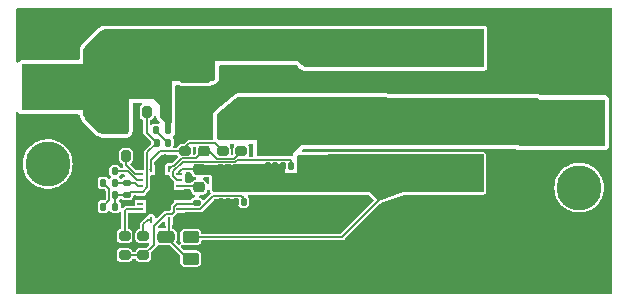
<source format=gbr>
%TF.GenerationSoftware,KiCad,Pcbnew,8.0.6*%
%TF.CreationDate,2024-10-21T22:45:32+01:00*%
%TF.ProjectId,buck,6275636b-2e6b-4696-9361-645f70636258,rev?*%
%TF.SameCoordinates,Original*%
%TF.FileFunction,Copper,L1,Top*%
%TF.FilePolarity,Positive*%
%FSLAX46Y46*%
G04 Gerber Fmt 4.6, Leading zero omitted, Abs format (unit mm)*
G04 Created by KiCad (PCBNEW 8.0.6) date 2024-10-21 22:45:32*
%MOMM*%
%LPD*%
G01*
G04 APERTURE LIST*
G04 Aperture macros list*
%AMRoundRect*
0 Rectangle with rounded corners*
0 $1 Rounding radius*
0 $2 $3 $4 $5 $6 $7 $8 $9 X,Y pos of 4 corners*
0 Add a 4 corners polygon primitive as box body*
4,1,4,$2,$3,$4,$5,$6,$7,$8,$9,$2,$3,0*
0 Add four circle primitives for the rounded corners*
1,1,$1+$1,$2,$3*
1,1,$1+$1,$4,$5*
1,1,$1+$1,$6,$7*
1,1,$1+$1,$8,$9*
0 Add four rect primitives between the rounded corners*
20,1,$1+$1,$2,$3,$4,$5,0*
20,1,$1+$1,$4,$5,$6,$7,0*
20,1,$1+$1,$6,$7,$8,$9,0*
20,1,$1+$1,$8,$9,$2,$3,0*%
%AMFreePoly0*
4,1,17,1.371000,0.720000,0.950000,0.720000,0.950000,0.580000,1.370000,0.580000,1.370000,0.080000,0.950000,0.080000,0.950000,-0.080000,1.370000,-0.080000,1.370000,-0.580000,0.950000,-0.580000,0.950000,-0.720000,1.370000,-0.720000,1.370000,-1.225000,-0.950000,-1.225000,-0.950000,1.225000,1.371000,1.225000,1.371000,0.720000,1.371000,0.720000,$1*%
G04 Aperture macros list end*
%TA.AperFunction,ComponentPad*%
%ADD10C,3.800000*%
%TD*%
%TA.AperFunction,SMDPad,CuDef*%
%ADD11R,7.400000X4.000000*%
%TD*%
%TA.AperFunction,SMDPad,CuDef*%
%ADD12RoundRect,0.135000X-0.135000X-0.185000X0.135000X-0.185000X0.135000X0.185000X-0.135000X0.185000X0*%
%TD*%
%TA.AperFunction,SMDPad,CuDef*%
%ADD13RoundRect,0.200000X0.275000X-0.200000X0.275000X0.200000X-0.275000X0.200000X-0.275000X-0.200000X0*%
%TD*%
%TA.AperFunction,SMDPad,CuDef*%
%ADD14RoundRect,0.140000X-0.170000X0.140000X-0.170000X-0.140000X0.170000X-0.140000X0.170000X0.140000X0*%
%TD*%
%TA.AperFunction,SMDPad,CuDef*%
%ADD15RoundRect,0.200000X-0.275000X0.200000X-0.275000X-0.200000X0.275000X-0.200000X0.275000X0.200000X0*%
%TD*%
%TA.AperFunction,SMDPad,CuDef*%
%ADD16RoundRect,0.250000X0.450000X-0.262500X0.450000X0.262500X-0.450000X0.262500X-0.450000X-0.262500X0*%
%TD*%
%TA.AperFunction,SMDPad,CuDef*%
%ADD17RoundRect,0.250000X-1.100000X0.325000X-1.100000X-0.325000X1.100000X-0.325000X1.100000X0.325000X0*%
%TD*%
%TA.AperFunction,SMDPad,CuDef*%
%ADD18FreePoly0,90.000000*%
%TD*%
%TA.AperFunction,SMDPad,CuDef*%
%ADD19RoundRect,0.125000X0.125000X-0.190000X0.125000X0.190000X-0.125000X0.190000X-0.125000X-0.190000X0*%
%TD*%
%TA.AperFunction,SMDPad,CuDef*%
%ADD20R,13.200000X3.180000*%
%TD*%
%TA.AperFunction,SMDPad,CuDef*%
%ADD21RoundRect,0.225000X0.250000X-0.225000X0.250000X0.225000X-0.250000X0.225000X-0.250000X-0.225000X0*%
%TD*%
%TA.AperFunction,SMDPad,CuDef*%
%ADD22RoundRect,0.200000X0.200000X0.275000X-0.200000X0.275000X-0.200000X-0.275000X0.200000X-0.275000X0*%
%TD*%
%TA.AperFunction,SMDPad,CuDef*%
%ADD23RoundRect,0.140000X0.140000X0.170000X-0.140000X0.170000X-0.140000X-0.170000X0.140000X-0.170000X0*%
%TD*%
%TA.AperFunction,SMDPad,CuDef*%
%ADD24RoundRect,0.135000X0.135000X0.185000X-0.135000X0.185000X-0.135000X-0.185000X0.135000X-0.185000X0*%
%TD*%
%TA.AperFunction,SMDPad,CuDef*%
%ADD25RoundRect,0.250000X-0.475000X0.250000X-0.475000X-0.250000X0.475000X-0.250000X0.475000X0.250000X0*%
%TD*%
%TA.AperFunction,SMDPad,CuDef*%
%ADD26R,0.249999X0.599999*%
%TD*%
%TA.AperFunction,SMDPad,CuDef*%
%ADD27R,0.599999X0.249999*%
%TD*%
%TA.AperFunction,SMDPad,CuDef*%
%ADD28R,1.699999X2.700000*%
%TD*%
%TA.AperFunction,SMDPad,CuDef*%
%ADD29RoundRect,0.135000X-0.185000X0.135000X-0.185000X-0.135000X0.185000X-0.135000X0.185000X0.135000X0*%
%TD*%
%TA.AperFunction,SMDPad,CuDef*%
%ADD30RoundRect,0.250000X1.100000X-0.325000X1.100000X0.325000X-1.100000X0.325000X-1.100000X-0.325000X0*%
%TD*%
%TA.AperFunction,ViaPad*%
%ADD31C,0.800000*%
%TD*%
%TA.AperFunction,Conductor*%
%ADD32C,0.150000*%
%TD*%
%TA.AperFunction,Conductor*%
%ADD33C,0.500000*%
%TD*%
G04 APERTURE END LIST*
D10*
%TO.P,H6,1*%
%TO.N,N/C*%
X145500000Y-80500000D03*
%TD*%
%TO.P,H5,1*%
%TO.N,N/C*%
X100500000Y-78500000D03*
%TD*%
D11*
%TO.P,H4,1,1*%
%TO.N,GND*%
X144000000Y-68500000D03*
%TD*%
%TO.P,H3,1,1*%
%TO.N,GND*%
X102000000Y-85500000D03*
%TD*%
%TO.P,H2,1,1*%
%TO.N,+BATT*%
X144000000Y-75000000D03*
%TD*%
%TO.P,H1,1,1*%
%TO.N,+7.4V*%
X102000000Y-72000000D03*
%TD*%
D12*
%TO.P,R8,1*%
%TO.N,Net-(C7-Pad2)*%
X105190000Y-82100000D03*
%TO.P,R8,2*%
%TO.N,Net-(U1-FB)*%
X106210000Y-82100000D03*
%TD*%
D13*
%TO.P,R5,1*%
%TO.N,Net-(U1-VCC)*%
X107000000Y-86225000D03*
%TO.P,R5,2*%
%TO.N,Net-(U1-SYNCIN)*%
X107000000Y-84575000D03*
%TD*%
D14*
%TO.P,C3,1*%
%TO.N,Net-(U1-VCC)*%
X113100000Y-81820000D03*
%TO.P,C3,2*%
%TO.N,GND*%
X113100000Y-82780000D03*
%TD*%
D15*
%TO.P,R1,1*%
%TO.N,+BATT*%
X115300000Y-75775000D03*
%TO.P,R1,2*%
%TO.N,Net-(U1-EN_UVLO)*%
X115300000Y-77425000D03*
%TD*%
D16*
%TO.P,R7,1*%
%TO.N,Net-(U1-ILIM)*%
X112600000Y-86512500D03*
%TO.P,R7,2*%
%TO.N,Net-(M1-D)*%
X112600000Y-84687500D03*
%TD*%
D15*
%TO.P,R4,1*%
%TO.N,+BATT*%
X116900000Y-75775000D03*
%TO.P,R4,2*%
%TO.N,Net-(U1-VIN)*%
X116900000Y-77425000D03*
%TD*%
D13*
%TO.P,R2,1*%
%TO.N,Net-(U1-EN_UVLO)*%
X112100000Y-77425000D03*
%TO.P,R2,2*%
%TO.N,GND*%
X112100000Y-75775000D03*
%TD*%
D17*
%TO.P,C10,1*%
%TO.N,+7.4V*%
X113000000Y-71025000D03*
%TO.P,C10,2*%
%TO.N,GND*%
X113000000Y-73975000D03*
%TD*%
D18*
%TO.P,M1,5,D*%
%TO.N,Net-(M1-D)*%
X116110000Y-79875000D03*
D19*
%TO.P,M1,4,G*%
%TO.N,Net-(M1-G)*%
X117080000Y-81700000D03*
%TO.P,M1,3,S*%
%TO.N,GND*%
X116440000Y-81700000D03*
%TO.P,M1,2,S*%
X115780000Y-81700000D03*
%TO.P,M1,1,S*%
X115140000Y-81700000D03*
%TD*%
D20*
%TO.P,L1,1,1*%
%TO.N,+7.4V*%
X130800000Y-68700000D03*
%TO.P,L1,2,2*%
%TO.N,Net-(M1-D)*%
X130800000Y-79300000D03*
%TD*%
D21*
%TO.P,C4,1*%
%TO.N,Net-(U1-VIN)*%
X113700000Y-77375000D03*
%TO.P,C4,2*%
%TO.N,GND*%
X113700000Y-75825000D03*
%TD*%
D22*
%TO.P,R9,1*%
%TO.N,+7.4V*%
X110525000Y-74100000D03*
%TO.P,R9,2*%
%TO.N,Net-(U1-FB)*%
X108875000Y-74100000D03*
%TD*%
D23*
%TO.P,C9,1*%
%TO.N,Net-(C9-Pad1)*%
X110680000Y-76700000D03*
%TO.P,C9,2*%
%TO.N,Net-(U1-FB)*%
X109720000Y-76700000D03*
%TD*%
D24*
%TO.P,R10,1*%
%TO.N,Net-(U1-FB)*%
X106210000Y-81100000D03*
%TO.P,R10,2*%
%TO.N,GND*%
X105190000Y-81100000D03*
%TD*%
D25*
%TO.P,C5,1*%
%TO.N,Net-(U1-ILIM)*%
X110500000Y-84650000D03*
%TO.P,C5,2*%
%TO.N,GND*%
X110500000Y-86550000D03*
%TD*%
D26*
%TO.P,U1,1,EN_UVLO*%
%TO.N,Net-(U1-EN_UVLO)*%
X109249999Y-78949999D03*
D27*
%TO.P,U1,2,RT*%
%TO.N,Net-(U1-RT)*%
X108350001Y-79350001D03*
%TO.P,U1,3,SS_TRK*%
%TO.N,Net-(U1-SS_TRK)*%
X108350001Y-79850000D03*
%TO.P,U1,4,COMP*%
%TO.N,Net-(U1-COMP)*%
X108350001Y-80349999D03*
%TO.P,U1,5,FB*%
%TO.N,Net-(U1-FB)*%
X108350001Y-80850000D03*
%TO.P,U1,6,AGND*%
%TO.N,GND*%
X108350001Y-81350000D03*
%TO.P,U1,7,SYNCOUT*%
%TO.N,unconnected-(U1-SYNCOUT-Pad7)*%
X108350001Y-81850001D03*
%TO.P,U1,8,SYNCIN*%
%TO.N,Net-(U1-SYNCIN)*%
X108350001Y-82350000D03*
%TO.P,U1,9,NC*%
%TO.N,GND*%
X108350001Y-82849999D03*
D26*
%TO.P,U1,10,PGOOD*%
%TO.N,Net-(U1-PGOOD)*%
X109249999Y-83250001D03*
%TO.P,U1,11,ILIM*%
%TO.N,Net-(U1-ILIM)*%
X110750001Y-83250001D03*
D27*
%TO.P,U1,12,PGND*%
%TO.N,GND*%
X111649999Y-82849999D03*
%TO.P,U1,13,LO*%
%TO.N,Net-(M1-G)*%
X111649999Y-82350000D03*
%TO.P,U1,14,VCC*%
%TO.N,Net-(U1-VCC)*%
X111649999Y-81850001D03*
%TO.P,U1,15,EP*%
%TO.N,GND*%
X111649999Y-81350000D03*
%TO.P,U1,16,NC*%
X111649999Y-80850000D03*
%TO.P,U1,17,BST*%
%TO.N,Net-(U1-BST)*%
X111649999Y-80349999D03*
%TO.P,U1,18,HO*%
%TO.N,Net-(M2-G)*%
X111649999Y-79850000D03*
%TO.P,U1,19,SW*%
%TO.N,Net-(M1-D)*%
X111649999Y-79350001D03*
D26*
%TO.P,U1,20,VIN*%
%TO.N,Net-(U1-VIN)*%
X110750001Y-78949999D03*
D28*
%TO.P,U1,21,EP*%
%TO.N,GND*%
X110000000Y-81100000D03*
%TD*%
D29*
%TO.P,C8,1*%
%TO.N,Net-(U1-COMP)*%
X107200000Y-80090000D03*
%TO.P,C8,2*%
%TO.N,Net-(U1-FB)*%
X107200000Y-81110000D03*
%TD*%
D21*
%TO.P,C6,1*%
%TO.N,Net-(U1-BST)*%
X113300000Y-80475000D03*
%TO.P,C6,2*%
%TO.N,Net-(M1-D)*%
X113300000Y-78925000D03*
%TD*%
D23*
%TO.P,C2,1*%
%TO.N,Net-(U1-SS_TRK)*%
X106180000Y-79100000D03*
%TO.P,C2,2*%
%TO.N,GND*%
X105220000Y-79100000D03*
%TD*%
D24*
%TO.P,C7,1*%
%TO.N,Net-(U1-COMP)*%
X106210000Y-80100000D03*
%TO.P,C7,2*%
%TO.N,Net-(C7-Pad2)*%
X105190000Y-80100000D03*
%TD*%
%TO.P,R11,1*%
%TO.N,+7.4V*%
X110710000Y-75600000D03*
%TO.P,R11,2*%
%TO.N,Net-(C9-Pad1)*%
X109690000Y-75600000D03*
%TD*%
D22*
%TO.P,R3,1*%
%TO.N,Net-(U1-RT)*%
X107125000Y-77800000D03*
%TO.P,R3,2*%
%TO.N,GND*%
X105475000Y-77800000D03*
%TD*%
D13*
%TO.P,R6,1*%
%TO.N,Net-(U1-VCC)*%
X108600000Y-86225000D03*
%TO.P,R6,2*%
%TO.N,Net-(U1-PGOOD)*%
X108600000Y-84575000D03*
%TD*%
D18*
%TO.P,M2,5,D*%
%TO.N,+BATT*%
X120100000Y-76855000D03*
D19*
%TO.P,M2,4,G*%
%TO.N,Net-(M2-G)*%
X121070000Y-78680000D03*
%TO.P,M2,3,S*%
%TO.N,Net-(M1-D)*%
X120430000Y-78680000D03*
%TO.P,M2,2,S*%
X119770000Y-78680000D03*
%TO.P,M2,1,S*%
X119130000Y-78680000D03*
%TD*%
D30*
%TO.P,C1,1*%
%TO.N,+BATT*%
X119800000Y-73975000D03*
%TO.P,C1,2*%
%TO.N,GND*%
X119800000Y-71025000D03*
%TD*%
D31*
%TO.N,GND*%
X118200000Y-82000000D03*
X101233335Y-66100000D03*
X124500000Y-82000000D03*
X140333335Y-86400000D03*
X109800000Y-82500000D03*
X138377775Y-84000000D03*
X116100000Y-71400000D03*
X140333335Y-84000000D03*
X136477775Y-84000000D03*
X115662500Y-83500000D03*
X122677775Y-66100000D03*
X122788890Y-86400000D03*
X116866665Y-66100000D03*
X140333335Y-79200000D03*
X122000000Y-82000000D03*
X123300000Y-82000000D03*
X111700000Y-83500000D03*
X124500000Y-83500000D03*
X114000000Y-72600000D03*
X126666665Y-88600000D03*
X140333335Y-81700000D03*
X130577775Y-88600000D03*
X115200000Y-72600000D03*
X116933335Y-86400000D03*
X146200000Y-84000000D03*
X114911110Y-66100000D03*
X120712500Y-83500000D03*
X120800000Y-88600000D03*
X116925000Y-83500000D03*
X124633335Y-66100000D03*
X107088890Y-66100000D03*
X103177775Y-66100000D03*
X122900000Y-71500000D03*
X132566665Y-84000000D03*
X118187500Y-83500000D03*
X107122220Y-88600000D03*
X142288890Y-86400000D03*
X110400000Y-78100000D03*
X108300000Y-76700000D03*
X101300000Y-75500000D03*
X130611110Y-86400000D03*
X134522220Y-86400000D03*
X146166665Y-88600000D03*
X120833335Y-86400000D03*
X140300000Y-88600000D03*
X103255555Y-77500000D03*
X103255555Y-79400000D03*
X138377775Y-86400000D03*
X130500000Y-66100000D03*
X132566665Y-86400000D03*
X99277775Y-66100000D03*
X128655555Y-84000000D03*
X124688890Y-71500000D03*
X114944440Y-88600000D03*
X122755555Y-88600000D03*
X121975000Y-83500000D03*
X136477775Y-86400000D03*
X109044445Y-66100000D03*
X144244445Y-86400000D03*
X114400000Y-83500000D03*
X105133335Y-66100000D03*
X126700000Y-86400000D03*
X101255555Y-88600000D03*
X130611110Y-84000000D03*
X120700000Y-82000000D03*
X108200000Y-78500000D03*
X112600000Y-72600000D03*
X109077775Y-88600000D03*
X112988885Y-88600000D03*
X103255555Y-81200000D03*
X126588890Y-66100000D03*
X117500000Y-71400000D03*
X142255555Y-88600000D03*
X144244445Y-84000000D03*
X119400000Y-82000000D03*
X101300000Y-81200000D03*
X136366670Y-71500000D03*
X114977775Y-86400000D03*
X144211110Y-88600000D03*
X99300000Y-88600000D03*
X142288890Y-84000000D03*
X142288890Y-79200000D03*
X107900000Y-83400000D03*
X134411115Y-71500000D03*
X134488885Y-88600000D03*
X105166665Y-88600000D03*
X110000000Y-79600000D03*
X111000000Y-66100000D03*
X118844440Y-88600000D03*
X103211110Y-88600000D03*
X111033330Y-88600000D03*
X138322225Y-71500000D03*
X136444440Y-88600000D03*
X118822220Y-66100000D03*
X112400000Y-81100000D03*
X123237500Y-83500000D03*
X132533330Y-88600000D03*
X119450000Y-83500000D03*
X128622220Y-88600000D03*
X124744445Y-86400000D03*
X130500000Y-71500000D03*
X120777775Y-66100000D03*
X134522220Y-84000000D03*
X99344445Y-81200000D03*
X128655555Y-86400000D03*
X128544445Y-66100000D03*
X112955555Y-66100000D03*
X128600000Y-71500000D03*
X126644445Y-71500000D03*
X132455560Y-71500000D03*
X146200000Y-86400000D03*
X124711110Y-88600000D03*
X116900000Y-88600000D03*
X118877775Y-86400000D03*
X138344440Y-88600000D03*
X99344445Y-75500000D03*
X142288890Y-81700000D03*
%TD*%
D32*
%TO.N,Net-(U1-SS_TRK)*%
X107300000Y-79100000D02*
X106180000Y-79100000D01*
X108350001Y-79850000D02*
X108050000Y-79850000D01*
X108050000Y-79850000D02*
X107300000Y-79100000D01*
%TO.N,Net-(U1-VCC)*%
X107000000Y-86225000D02*
X108600000Y-86225000D01*
X111175000Y-82100000D02*
X111424999Y-81850001D01*
X111000000Y-82700000D02*
X111175000Y-82525000D01*
X113069999Y-81850001D02*
X113100000Y-81820000D01*
X111175000Y-82525000D02*
X111175000Y-82100000D01*
X110525004Y-82700000D02*
X111000000Y-82700000D01*
X111649999Y-81850001D02*
X113069999Y-81850001D01*
X108600000Y-86225000D02*
X109500000Y-85325000D01*
X111424999Y-81850001D02*
X111649999Y-81850001D01*
X109500000Y-83725004D02*
X110525004Y-82700000D01*
X109500000Y-85325000D02*
X109500000Y-83725004D01*
%TO.N,Net-(U1-VIN)*%
X113075000Y-78000000D02*
X113700000Y-77375000D01*
X116275000Y-78050000D02*
X114850000Y-78050000D01*
X111375000Y-78503553D02*
X111878554Y-78000000D01*
X111050000Y-78650000D02*
X111228554Y-78650000D01*
X114175000Y-77375000D02*
X113700000Y-77375000D01*
X111228554Y-78650000D02*
X111375000Y-78503553D01*
X110750001Y-78949999D02*
X111050000Y-78650000D01*
X114850000Y-78050000D02*
X114175000Y-77375000D01*
X116900000Y-77425000D02*
X116275000Y-78050000D01*
X111878554Y-78000000D02*
X113075000Y-78000000D01*
%TO.N,Net-(U1-ILIM)*%
X110500000Y-84650000D02*
X112362500Y-86512500D01*
X110500000Y-84650000D02*
X110500000Y-84600000D01*
X110500000Y-84600000D02*
X110750001Y-84349999D01*
X110750001Y-84349999D02*
X110750001Y-83250001D01*
X112362500Y-86512500D02*
X112600000Y-86512500D01*
%TO.N,Net-(M1-D)*%
X125412500Y-84687500D02*
X130800000Y-79300000D01*
X111875000Y-78925000D02*
X113300000Y-78925000D01*
X112600000Y-84687500D02*
X125412500Y-84687500D01*
X111649999Y-79150001D02*
X111875000Y-78925000D01*
X111649999Y-79350001D02*
X111649999Y-79150001D01*
%TO.N,Net-(U1-BST)*%
X113174999Y-80349999D02*
X113300000Y-80475000D01*
X111649999Y-80349999D02*
X113174999Y-80349999D01*
%TO.N,Net-(C7-Pad2)*%
X105700000Y-80610000D02*
X105190000Y-80100000D01*
X105700000Y-81590000D02*
X105700000Y-80610000D01*
X105190000Y-82100000D02*
X105700000Y-81590000D01*
%TO.N,Net-(U1-COMP)*%
X107890000Y-80090000D02*
X107200000Y-80090000D01*
X106220000Y-80090000D02*
X106210000Y-80100000D01*
X108350001Y-80349999D02*
X108149999Y-80349999D01*
X107200000Y-80090000D02*
X106220000Y-80090000D01*
X108149999Y-80349999D02*
X107890000Y-80090000D01*
%TO.N,Net-(U1-FB)*%
X108350001Y-80850000D02*
X108525001Y-80850000D01*
X107200000Y-81110000D02*
X107460000Y-80850000D01*
X107190000Y-81100000D02*
X107200000Y-81110000D01*
X106210000Y-82100000D02*
X106210000Y-81100000D01*
X106210000Y-81100000D02*
X107190000Y-81100000D01*
X109720000Y-76700000D02*
X108875000Y-75855000D01*
X108525001Y-80850000D02*
X108900000Y-80475001D01*
X107460000Y-80850000D02*
X108350001Y-80850000D01*
X108900000Y-80475001D02*
X108900000Y-77520000D01*
X108875000Y-75855000D02*
X108875000Y-74100000D01*
X108900000Y-77520000D02*
X109720000Y-76700000D01*
%TO.N,Net-(C9-Pad1)*%
X109690000Y-75710000D02*
X109690000Y-75600000D01*
X110680000Y-76700000D02*
X109690000Y-75710000D01*
D33*
%TO.N,+7.4V*%
X110710000Y-75600000D02*
X110710000Y-74285000D01*
X110710000Y-74285000D02*
X110525000Y-74100000D01*
D32*
%TO.N,Net-(M1-G)*%
X111699999Y-82300000D02*
X113379358Y-82300000D01*
X114479358Y-81200000D02*
X116894999Y-81200000D01*
X113379358Y-82300000D02*
X114479358Y-81200000D01*
X116894999Y-81200000D02*
X117080000Y-81385001D01*
X111649999Y-82350000D02*
X111699999Y-82300000D01*
X117080000Y-81385001D02*
X117080000Y-81700000D01*
%TO.N,Net-(M2-G)*%
X111932108Y-78300000D02*
X111100000Y-79132108D01*
X111474999Y-79850000D02*
X111649999Y-79850000D01*
X111100000Y-79475001D02*
X111474999Y-79850000D01*
X121070000Y-78255000D02*
X121000000Y-78185000D01*
X121000000Y-78185000D02*
X116493554Y-78185000D01*
X111100000Y-79132108D02*
X111100000Y-79475001D01*
X116378554Y-78300000D02*
X111932108Y-78300000D01*
X116493554Y-78185000D02*
X116378554Y-78300000D01*
X121070000Y-78680000D02*
X121070000Y-78255000D01*
%TO.N,Net-(U1-EN_UVLO)*%
X109249999Y-78949999D02*
X109249999Y-78150001D01*
X112100000Y-77425000D02*
X112100000Y-77100000D01*
X109249999Y-78150001D02*
X109975000Y-77425000D01*
X109249999Y-78949999D02*
X109200000Y-78900000D01*
X109975000Y-77425000D02*
X112100000Y-77425000D01*
X112450000Y-76750000D02*
X114625000Y-76750000D01*
X109249999Y-78949999D02*
X109250000Y-78950000D01*
X114625000Y-76750000D02*
X115300000Y-77425000D01*
X112100000Y-77100000D02*
X112450000Y-76750000D01*
%TO.N,Net-(U1-RT)*%
X107125000Y-77800000D02*
X107125000Y-78571446D01*
X107903555Y-79350001D02*
X108350001Y-79350001D01*
X107125000Y-78571446D02*
X107903555Y-79350001D01*
%TO.N,Net-(U1-SYNCIN)*%
X107000000Y-82500000D02*
X107150000Y-82350000D01*
X107000000Y-84575000D02*
X107000000Y-82500000D01*
X107150000Y-82350000D02*
X108350001Y-82350000D01*
%TO.N,Net-(U1-PGOOD)*%
X108600000Y-83600000D02*
X108949999Y-83250001D01*
X108600000Y-84575000D02*
X108600000Y-83600000D01*
X108949999Y-83250001D02*
X109249999Y-83250001D01*
%TD*%
%TA.AperFunction,Conductor*%
%TO.N,+BATT*%
G36*
X118600000Y-76500000D02*
G01*
X115051362Y-76500000D01*
X114984323Y-76480315D01*
X114963681Y-76463681D01*
X114836319Y-76336319D01*
X114802834Y-76274996D01*
X114800000Y-76248638D01*
X114800000Y-74900000D01*
X118600000Y-74900000D01*
X118600000Y-76500000D01*
G37*
%TD.AperFunction*%
%TD*%
%TA.AperFunction,Conductor*%
%TO.N,+BATT*%
G36*
X141976488Y-72899515D02*
G01*
X142043448Y-72919462D01*
X142088996Y-72972445D01*
X142100000Y-73023514D01*
X142100000Y-76776000D01*
X142080315Y-76843039D01*
X142027511Y-76888794D01*
X141976000Y-76900000D01*
X121999999Y-76900000D01*
X121136319Y-77763681D01*
X121074996Y-77797166D01*
X121048638Y-77800000D01*
X118324000Y-77800000D01*
X118256961Y-77780315D01*
X118211206Y-77727511D01*
X118200000Y-77676000D01*
X118200000Y-76500000D01*
X118600000Y-76500000D01*
X118600000Y-74900000D01*
X114800000Y-74900000D01*
X114800000Y-74358078D01*
X114819685Y-74291039D01*
X114844617Y-74262819D01*
X116331783Y-73023514D01*
X116565300Y-72828916D01*
X116629402Y-72801121D01*
X116645165Y-72800177D01*
X141976488Y-72899515D01*
G37*
%TD.AperFunction*%
%TD*%
%TA.AperFunction,Conductor*%
%TO.N,+7.4V*%
G36*
X124415677Y-67119685D02*
G01*
X124436319Y-67136319D01*
X124563681Y-67263681D01*
X124597166Y-67325004D01*
X124600000Y-67351362D01*
X124600000Y-70048638D01*
X124580315Y-70115677D01*
X124563681Y-70136319D01*
X124436319Y-70263681D01*
X124374996Y-70297166D01*
X124348638Y-70300000D01*
X122328252Y-70300000D01*
X122274538Y-70287762D01*
X122000522Y-70156063D01*
X121957411Y-70121764D01*
X121952541Y-70115677D01*
X121824939Y-69956174D01*
X121700000Y-69800000D01*
X121500000Y-69800000D01*
X121499999Y-69800000D01*
X114899999Y-69800000D01*
X114700000Y-69800000D01*
X114700000Y-69999999D01*
X114700000Y-71248638D01*
X114680315Y-71315677D01*
X114663681Y-71336319D01*
X114536319Y-71463681D01*
X114474996Y-71497166D01*
X114448638Y-71500000D01*
X107400000Y-71500000D01*
X107400000Y-73199999D01*
X107400000Y-75633913D01*
X107390561Y-75681366D01*
X107319655Y-75852547D01*
X107275814Y-75906950D01*
X107252547Y-75919655D01*
X107081367Y-75990561D01*
X107033914Y-76000000D01*
X105224665Y-76000000D01*
X105177212Y-75990561D01*
X104881365Y-75868017D01*
X104841137Y-75841137D01*
X103658862Y-74658862D01*
X103631982Y-74618633D01*
X103509439Y-74322786D01*
X103500000Y-74275334D01*
X103500000Y-68924665D01*
X103509439Y-68877213D01*
X103631982Y-68581366D01*
X103658859Y-68541140D01*
X104941140Y-67258859D01*
X104981364Y-67231982D01*
X105212318Y-67136319D01*
X105277213Y-67109439D01*
X105324665Y-67100000D01*
X124348638Y-67100000D01*
X124415677Y-67119685D01*
G37*
%TD.AperFunction*%
%TD*%
%TA.AperFunction,Conductor*%
%TO.N,GND*%
G36*
X148243039Y-65319685D02*
G01*
X148288794Y-65372489D01*
X148300000Y-65424000D01*
X148300000Y-89376000D01*
X148280315Y-89443039D01*
X148227511Y-89488794D01*
X148176000Y-89500000D01*
X97924000Y-89500000D01*
X97856961Y-89480315D01*
X97811206Y-89427511D01*
X97800000Y-89376000D01*
X97800000Y-78500000D01*
X98394592Y-78500000D01*
X98414201Y-78786680D01*
X98414201Y-78786684D01*
X98414202Y-78786686D01*
X98422060Y-78824500D01*
X98472666Y-79068034D01*
X98472667Y-79068037D01*
X98568894Y-79338793D01*
X98568893Y-79338793D01*
X98701098Y-79593935D01*
X98866812Y-79828700D01*
X98910692Y-79875683D01*
X99062947Y-80038708D01*
X99241411Y-80183899D01*
X99285853Y-80220055D01*
X99531382Y-80369365D01*
X99718237Y-80450526D01*
X99794942Y-80483844D01*
X100071642Y-80561371D01*
X100321920Y-80595771D01*
X100356321Y-80600500D01*
X100356322Y-80600500D01*
X100643679Y-80600500D01*
X100674370Y-80596281D01*
X100928358Y-80561371D01*
X101205058Y-80483844D01*
X101351112Y-80420404D01*
X101468617Y-80369365D01*
X101468620Y-80369363D01*
X101468625Y-80369361D01*
X101714147Y-80220055D01*
X101937053Y-80038708D01*
X102133189Y-79828698D01*
X102298901Y-79593936D01*
X102431104Y-79338797D01*
X102527334Y-79068032D01*
X102585798Y-78786686D01*
X102605408Y-78500000D01*
X102585798Y-78213314D01*
X102527334Y-77931968D01*
X102431105Y-77661206D01*
X102431106Y-77661206D01*
X102298901Y-77406064D01*
X102133187Y-77171299D01*
X102038571Y-77069991D01*
X101937053Y-76961292D01*
X101746861Y-76806560D01*
X101714146Y-76779944D01*
X101468617Y-76630634D01*
X101205063Y-76516158D01*
X101205061Y-76516157D01*
X101205058Y-76516156D01*
X101056388Y-76474501D01*
X100928364Y-76438630D01*
X100928359Y-76438629D01*
X100928358Y-76438629D01*
X100786018Y-76419064D01*
X100643679Y-76399500D01*
X100643678Y-76399500D01*
X100356322Y-76399500D01*
X100356321Y-76399500D01*
X100071642Y-76438629D01*
X100071635Y-76438630D01*
X99887938Y-76490100D01*
X99794942Y-76516156D01*
X99794939Y-76516156D01*
X99794936Y-76516158D01*
X99794935Y-76516158D01*
X99531382Y-76630634D01*
X99285853Y-76779944D01*
X99062950Y-76961289D01*
X98866812Y-77171299D01*
X98701098Y-77406064D01*
X98568894Y-77661206D01*
X98472667Y-77931962D01*
X98472666Y-77931965D01*
X98435567Y-78110500D01*
X98416906Y-78200304D01*
X98414201Y-78213319D01*
X98394592Y-78500000D01*
X97800000Y-78500000D01*
X97800000Y-74199388D01*
X97819685Y-74132349D01*
X97872489Y-74086594D01*
X97941647Y-74076650D01*
X98005203Y-74105675D01*
X98037434Y-74149302D01*
X98047793Y-74172764D01*
X98047794Y-74172765D01*
X98127235Y-74252206D01*
X98230009Y-74297585D01*
X98255135Y-74300500D01*
X103093003Y-74300499D01*
X103160042Y-74320184D01*
X103205797Y-74372988D01*
X103211663Y-74388501D01*
X103227194Y-74439696D01*
X103327862Y-74682730D01*
X103349737Y-74735542D01*
X103377968Y-74788359D01*
X103404848Y-74828588D01*
X103404853Y-74828595D01*
X103442846Y-74874889D01*
X104625110Y-76057153D01*
X104625115Y-76057157D01*
X104625116Y-76057158D01*
X104671408Y-76095149D01*
X104671416Y-76095154D01*
X104671421Y-76095158D01*
X104711624Y-76122022D01*
X104711634Y-76122028D01*
X104711636Y-76122029D01*
X104764455Y-76150262D01*
X104913284Y-76211909D01*
X105060299Y-76272805D01*
X105060301Y-76272805D01*
X105060302Y-76272806D01*
X105117612Y-76290191D01*
X105165065Y-76299630D01*
X105224665Y-76305500D01*
X105224667Y-76305500D01*
X107033912Y-76305500D01*
X107033914Y-76305500D01*
X107093514Y-76299630D01*
X107140967Y-76290191D01*
X107198278Y-76272806D01*
X107369458Y-76201900D01*
X107398960Y-76187785D01*
X107422227Y-76175080D01*
X107428378Y-76171628D01*
X107513688Y-76098643D01*
X107557529Y-76044240D01*
X107601900Y-75969458D01*
X107672806Y-75798277D01*
X107690191Y-75740966D01*
X107699630Y-75693513D01*
X107705500Y-75633913D01*
X107705500Y-73429500D01*
X107725185Y-73362461D01*
X107777989Y-73316706D01*
X107829500Y-73305500D01*
X108328745Y-73305500D01*
X108395784Y-73325185D01*
X108441539Y-73377989D01*
X108451483Y-73447147D01*
X108422458Y-73510703D01*
X108416426Y-73517181D01*
X108346954Y-73586652D01*
X108346951Y-73586657D01*
X108289352Y-73699698D01*
X108274500Y-73793475D01*
X108274500Y-74406517D01*
X108285292Y-74474657D01*
X108289354Y-74500304D01*
X108346950Y-74613342D01*
X108346952Y-74613344D01*
X108346954Y-74613347D01*
X108436652Y-74703045D01*
X108436656Y-74703048D01*
X108436658Y-74703050D01*
X108531797Y-74751526D01*
X108582591Y-74799499D01*
X108599500Y-74862009D01*
X108599500Y-75909802D01*
X108633048Y-75990793D01*
X108641442Y-76011057D01*
X108641443Y-76011059D01*
X109203181Y-76572796D01*
X109236666Y-76634119D01*
X109239500Y-76660477D01*
X109239500Y-76739521D01*
X109219815Y-76806560D01*
X109203181Y-76827202D01*
X108743942Y-77286443D01*
X108666444Y-77363940D01*
X108624500Y-77465199D01*
X108624500Y-78900501D01*
X108604815Y-78967540D01*
X108552011Y-79013295D01*
X108500500Y-79024501D01*
X108024161Y-79024501D01*
X108024161Y-79022948D01*
X107962977Y-79011333D01*
X107931810Y-78988641D01*
X107540189Y-78597020D01*
X107506704Y-78535697D01*
X107511688Y-78466005D01*
X107553560Y-78410072D01*
X107555506Y-78408860D01*
X107555450Y-78408783D01*
X107563335Y-78403053D01*
X107563342Y-78403050D01*
X107653050Y-78313342D01*
X107710646Y-78200304D01*
X107710646Y-78200302D01*
X107710647Y-78200301D01*
X107725499Y-78106524D01*
X107725500Y-78106519D01*
X107725499Y-77493482D01*
X107710646Y-77399696D01*
X107653050Y-77286658D01*
X107653046Y-77286654D01*
X107653045Y-77286652D01*
X107563347Y-77196954D01*
X107563344Y-77196952D01*
X107563342Y-77196950D01*
X107470217Y-77149500D01*
X107450301Y-77139352D01*
X107356524Y-77124500D01*
X106893482Y-77124500D01*
X106812519Y-77137323D01*
X106799696Y-77139354D01*
X106686658Y-77196950D01*
X106686657Y-77196951D01*
X106686652Y-77196954D01*
X106596954Y-77286652D01*
X106596951Y-77286657D01*
X106596950Y-77286658D01*
X106591382Y-77297586D01*
X106539352Y-77399698D01*
X106524500Y-77493475D01*
X106524500Y-78106517D01*
X106535292Y-78174657D01*
X106539354Y-78200304D01*
X106596950Y-78313342D01*
X106596952Y-78313344D01*
X106596954Y-78313347D01*
X106686652Y-78403045D01*
X106686656Y-78403048D01*
X106686658Y-78403050D01*
X106781797Y-78451526D01*
X106832591Y-78499499D01*
X106849500Y-78562009D01*
X106849500Y-78626248D01*
X106860601Y-78653047D01*
X106868070Y-78722516D01*
X106836795Y-78784996D01*
X106776706Y-78820648D01*
X106746040Y-78824500D01*
X106725501Y-78824500D01*
X106658462Y-78804815D01*
X106613120Y-78752906D01*
X106603224Y-78731684D01*
X106518316Y-78646776D01*
X106409487Y-78596028D01*
X106409485Y-78596027D01*
X106409486Y-78596027D01*
X106359902Y-78589500D01*
X106000105Y-78589500D01*
X105984386Y-78591569D01*
X105950513Y-78596028D01*
X105950511Y-78596029D01*
X105950509Y-78596029D01*
X105841683Y-78646776D01*
X105756776Y-78731683D01*
X105706027Y-78840514D01*
X105699500Y-78890098D01*
X105699500Y-79309894D01*
X105699501Y-79309900D01*
X105706028Y-79359487D01*
X105706029Y-79359489D01*
X105706029Y-79359490D01*
X105756776Y-79468316D01*
X105814314Y-79525854D01*
X105847799Y-79587177D01*
X105842815Y-79656869D01*
X105814316Y-79701215D01*
X105795935Y-79719596D01*
X105795934Y-79719597D01*
X105788266Y-79727266D01*
X105785442Y-79724442D01*
X105746958Y-79755183D01*
X105677458Y-79762352D01*
X105615114Y-79730808D01*
X105611901Y-79727101D01*
X105611736Y-79727267D01*
X105520404Y-79635935D01*
X105501865Y-79627290D01*
X105413173Y-79585932D01*
X105413171Y-79585931D01*
X105413172Y-79585931D01*
X105364317Y-79579500D01*
X105364316Y-79579500D01*
X105015684Y-79579500D01*
X105015683Y-79579500D01*
X104966828Y-79585931D01*
X104859595Y-79635935D01*
X104775935Y-79719595D01*
X104725931Y-79826828D01*
X104719500Y-79875683D01*
X104719500Y-80324316D01*
X104725931Y-80373171D01*
X104725932Y-80373173D01*
X104775935Y-80480404D01*
X104859596Y-80564065D01*
X104966827Y-80614068D01*
X105015683Y-80620500D01*
X105015684Y-80620500D01*
X105269523Y-80620500D01*
X105336562Y-80640185D01*
X105357204Y-80656819D01*
X105388181Y-80687796D01*
X105421666Y-80749119D01*
X105424500Y-80775477D01*
X105424500Y-81424523D01*
X105404815Y-81491562D01*
X105388181Y-81512204D01*
X105357204Y-81543181D01*
X105295881Y-81576666D01*
X105269523Y-81579500D01*
X105015683Y-81579500D01*
X104966828Y-81585931D01*
X104859595Y-81635935D01*
X104775935Y-81719595D01*
X104725931Y-81826828D01*
X104719500Y-81875683D01*
X104719500Y-82324316D01*
X104725931Y-82373171D01*
X104759519Y-82445200D01*
X104775935Y-82480404D01*
X104859596Y-82564065D01*
X104966827Y-82614068D01*
X105015683Y-82620500D01*
X105015684Y-82620500D01*
X105364317Y-82620500D01*
X105380601Y-82618356D01*
X105413173Y-82614068D01*
X105520404Y-82564065D01*
X105604065Y-82480404D01*
X105604065Y-82480403D01*
X105611736Y-82472733D01*
X105614564Y-82475561D01*
X105652977Y-82444843D01*
X105722474Y-82437635D01*
X105784835Y-82469143D01*
X105788093Y-82472903D01*
X105788264Y-82472733D01*
X105795935Y-82480404D01*
X105879596Y-82564065D01*
X105986827Y-82614068D01*
X106035683Y-82620500D01*
X106035684Y-82620500D01*
X106384317Y-82620500D01*
X106400601Y-82618356D01*
X106433173Y-82614068D01*
X106540404Y-82564065D01*
X106540405Y-82564063D01*
X106548095Y-82560478D01*
X106617172Y-82549986D01*
X106680956Y-82578505D01*
X106719196Y-82636982D01*
X106724500Y-82672860D01*
X106724500Y-83863681D01*
X106704815Y-83930720D01*
X106652011Y-83976475D01*
X106619897Y-83986154D01*
X106599700Y-83989352D01*
X106599699Y-83989352D01*
X106544297Y-84017580D01*
X106486658Y-84046950D01*
X106486657Y-84046951D01*
X106486652Y-84046954D01*
X106396954Y-84136652D01*
X106396951Y-84136657D01*
X106339352Y-84249698D01*
X106324500Y-84343475D01*
X106324500Y-84806517D01*
X106330367Y-84843558D01*
X106339354Y-84900304D01*
X106396950Y-85013342D01*
X106396952Y-85013344D01*
X106396954Y-85013347D01*
X106486652Y-85103045D01*
X106486654Y-85103046D01*
X106486658Y-85103050D01*
X106599694Y-85160645D01*
X106599698Y-85160647D01*
X106693475Y-85175499D01*
X106693481Y-85175500D01*
X107306518Y-85175499D01*
X107400304Y-85160646D01*
X107513342Y-85103050D01*
X107603050Y-85013342D01*
X107660646Y-84900304D01*
X107660646Y-84900302D01*
X107660647Y-84900301D01*
X107675499Y-84806524D01*
X107675500Y-84806519D01*
X107675499Y-84343482D01*
X107660646Y-84249696D01*
X107603050Y-84136658D01*
X107603046Y-84136654D01*
X107603045Y-84136652D01*
X107513347Y-84046954D01*
X107513344Y-84046952D01*
X107513342Y-84046950D01*
X107400304Y-83989354D01*
X107400302Y-83989353D01*
X107400301Y-83989353D01*
X107380100Y-83986153D01*
X107316965Y-83956222D01*
X107280035Y-83896910D01*
X107275500Y-83863680D01*
X107275500Y-82749500D01*
X107295185Y-82682461D01*
X107347989Y-82636706D01*
X107399500Y-82625500D01*
X107876735Y-82625500D01*
X107943774Y-82645185D01*
X107945596Y-82646377D01*
X107971770Y-82663867D01*
X107971772Y-82663867D01*
X107971773Y-82663868D01*
X107971771Y-82663868D01*
X108030248Y-82675499D01*
X108030251Y-82675500D01*
X108030253Y-82675500D01*
X108669751Y-82675500D01*
X108669752Y-82675499D01*
X108684569Y-82672552D01*
X108728230Y-82663868D01*
X108728230Y-82663867D01*
X108728232Y-82663867D01*
X108794553Y-82619552D01*
X108838868Y-82553231D01*
X108838868Y-82553229D01*
X108838869Y-82553229D01*
X108850500Y-82494752D01*
X108850501Y-82494750D01*
X108850501Y-82205249D01*
X108850500Y-82205247D01*
X108836486Y-82134790D01*
X108837763Y-82134535D01*
X108831681Y-82077991D01*
X108838696Y-82054099D01*
X108850500Y-81994753D01*
X108850501Y-81994751D01*
X108850501Y-81705250D01*
X108850500Y-81705248D01*
X108838869Y-81646771D01*
X108838868Y-81646770D01*
X108794553Y-81580448D01*
X108728231Y-81536133D01*
X108728230Y-81536132D01*
X108669753Y-81524501D01*
X108669749Y-81524501D01*
X108030253Y-81524501D01*
X108030248Y-81524501D01*
X107971771Y-81536132D01*
X107971770Y-81536133D01*
X107905448Y-81580448D01*
X107861133Y-81646770D01*
X107861132Y-81646771D01*
X107849501Y-81705248D01*
X107849501Y-81950500D01*
X107829816Y-82017539D01*
X107777012Y-82063294D01*
X107725501Y-82074500D01*
X107095199Y-82074500D01*
X106993940Y-82116444D01*
X106892181Y-82218204D01*
X106830858Y-82251689D01*
X106761166Y-82246705D01*
X106705233Y-82204833D01*
X106680816Y-82139369D01*
X106680500Y-82130523D01*
X106680500Y-81875683D01*
X106674688Y-81831534D01*
X106674068Y-81826827D01*
X106624065Y-81719596D01*
X106592150Y-81687681D01*
X106558665Y-81626358D01*
X106563649Y-81556666D01*
X106592150Y-81512319D01*
X106612319Y-81492150D01*
X106673642Y-81458665D01*
X106743334Y-81463649D01*
X106787681Y-81492150D01*
X106819596Y-81524065D01*
X106926827Y-81574068D01*
X106975683Y-81580500D01*
X106975684Y-81580500D01*
X107424317Y-81580500D01*
X107440601Y-81578356D01*
X107473173Y-81574068D01*
X107580404Y-81524065D01*
X107664065Y-81440404D01*
X107714068Y-81333173D01*
X107720500Y-81284316D01*
X107720500Y-81249500D01*
X107740185Y-81182461D01*
X107792989Y-81136706D01*
X107844500Y-81125500D01*
X107876735Y-81125500D01*
X107943774Y-81145185D01*
X107945596Y-81146377D01*
X107971770Y-81163867D01*
X107971772Y-81163867D01*
X107971773Y-81163868D01*
X107971771Y-81163868D01*
X108030248Y-81175499D01*
X108030251Y-81175500D01*
X108030253Y-81175500D01*
X108669751Y-81175500D01*
X108669752Y-81175499D01*
X108684569Y-81172552D01*
X108728230Y-81163868D01*
X108728230Y-81163867D01*
X108728232Y-81163867D01*
X108794553Y-81119552D01*
X108838868Y-81053231D01*
X108838868Y-81053229D01*
X108838869Y-81053229D01*
X108850500Y-80994752D01*
X108850501Y-80994750D01*
X108850501Y-80965477D01*
X108870186Y-80898438D01*
X108886820Y-80877796D01*
X108991138Y-80773478D01*
X109133558Y-80631059D01*
X109133558Y-80631057D01*
X109133560Y-80631056D01*
X109156985Y-80574500D01*
X109175500Y-80529801D01*
X109175500Y-80420201D01*
X109175500Y-80420200D01*
X109175500Y-79574499D01*
X109195185Y-79507460D01*
X109247989Y-79461705D01*
X109299500Y-79450499D01*
X109394749Y-79450499D01*
X109394750Y-79450498D01*
X109411855Y-79447096D01*
X109453228Y-79438867D01*
X109453228Y-79438866D01*
X109453230Y-79438866D01*
X109519551Y-79394551D01*
X109563866Y-79328230D01*
X109563866Y-79328228D01*
X109563867Y-79328228D01*
X109575498Y-79269751D01*
X109575499Y-79269749D01*
X109575499Y-78630248D01*
X109575498Y-78630246D01*
X109563867Y-78571772D01*
X109563866Y-78571769D01*
X109563866Y-78571768D01*
X109546395Y-78545621D01*
X109525519Y-78478946D01*
X109525499Y-78476733D01*
X109525499Y-78315478D01*
X109545184Y-78248439D01*
X109561818Y-78227797D01*
X110052797Y-77736819D01*
X110114120Y-77703334D01*
X110140478Y-77700500D01*
X111337990Y-77700500D01*
X111405029Y-77720185D01*
X111448475Y-77768205D01*
X111499472Y-77868292D01*
X111512368Y-77936961D01*
X111486092Y-78001702D01*
X111476668Y-78012268D01*
X111201503Y-78287431D01*
X111201499Y-78287437D01*
X111150757Y-78338180D01*
X111089434Y-78371666D01*
X111063075Y-78374500D01*
X110995200Y-78374500D01*
X110995198Y-78374500D01*
X110995196Y-78374501D01*
X110893944Y-78416439D01*
X110883791Y-78423225D01*
X110882458Y-78421231D01*
X110835881Y-78446665D01*
X110809523Y-78449499D01*
X110605248Y-78449499D01*
X110546771Y-78461130D01*
X110546770Y-78461131D01*
X110480448Y-78505446D01*
X110436133Y-78571768D01*
X110436132Y-78571769D01*
X110424501Y-78630246D01*
X110424501Y-79269751D01*
X110436132Y-79328228D01*
X110436133Y-79328229D01*
X110480448Y-79394551D01*
X110546770Y-79438866D01*
X110546771Y-79438867D01*
X110605248Y-79450498D01*
X110605251Y-79450499D01*
X110605253Y-79450499D01*
X110708797Y-79450499D01*
X110775836Y-79470184D01*
X110821591Y-79522988D01*
X110823357Y-79527045D01*
X110855222Y-79603971D01*
X110855223Y-79603972D01*
X110866443Y-79631060D01*
X111113180Y-79877796D01*
X111146665Y-79939119D01*
X111149499Y-79965477D01*
X111149499Y-79994752D01*
X111163514Y-80065210D01*
X111162237Y-80065463D01*
X111168316Y-80122019D01*
X111161303Y-80145900D01*
X111149499Y-80205246D01*
X111149499Y-80494751D01*
X111161130Y-80553228D01*
X111161131Y-80553229D01*
X111205446Y-80619551D01*
X111271768Y-80663866D01*
X111271769Y-80663867D01*
X111330246Y-80675498D01*
X111330249Y-80675499D01*
X111330251Y-80675499D01*
X111969749Y-80675499D01*
X111969750Y-80675498D01*
X111994341Y-80670607D01*
X112028227Y-80663867D01*
X112028227Y-80663866D01*
X112028230Y-80663866D01*
X112054374Y-80646396D01*
X112121051Y-80625519D01*
X112123265Y-80625499D01*
X112501490Y-80625499D01*
X112568529Y-80645184D01*
X112614284Y-80697988D01*
X112623963Y-80730101D01*
X112640279Y-80833121D01*
X112640280Y-80833124D01*
X112640281Y-80833126D01*
X112679322Y-80909748D01*
X112701473Y-80953221D01*
X112701476Y-80953225D01*
X112796774Y-81048523D01*
X112796778Y-81048526D01*
X112796780Y-81048528D01*
X112913934Y-81108221D01*
X112964728Y-81156193D01*
X112981523Y-81224014D01*
X112958986Y-81290149D01*
X112904271Y-81333601D01*
X112873821Y-81341643D01*
X112840516Y-81346027D01*
X112840509Y-81346029D01*
X112731683Y-81396776D01*
X112646777Y-81481682D01*
X112646776Y-81481683D01*
X112646776Y-81481684D01*
X112640481Y-81495185D01*
X112636880Y-81502907D01*
X112590707Y-81555345D01*
X112524498Y-81574501D01*
X112123265Y-81574501D01*
X112056226Y-81554816D01*
X112054403Y-81553623D01*
X112028230Y-81536134D01*
X112028228Y-81536133D01*
X112028226Y-81536132D01*
X112028228Y-81536132D01*
X111969751Y-81524501D01*
X111969747Y-81524501D01*
X111330251Y-81524501D01*
X111330246Y-81524501D01*
X111271769Y-81536132D01*
X111271768Y-81536133D01*
X111205446Y-81580448D01*
X111161131Y-81646770D01*
X111161131Y-81646771D01*
X111149230Y-81706601D01*
X111116845Y-81768512D01*
X111115295Y-81770090D01*
X111018942Y-81866443D01*
X110941444Y-81943940D01*
X110899500Y-82045199D01*
X110899500Y-82300500D01*
X110879815Y-82367539D01*
X110827011Y-82413294D01*
X110775500Y-82424500D01*
X110579804Y-82424500D01*
X110470204Y-82424500D01*
X110470202Y-82424500D01*
X110470200Y-82424501D01*
X110368948Y-82466439D01*
X110368946Y-82466441D01*
X109787180Y-83048208D01*
X109725857Y-83081693D01*
X109656165Y-83076709D01*
X109600232Y-83034837D01*
X109575815Y-82969373D01*
X109575499Y-82960527D01*
X109575499Y-82930250D01*
X109575498Y-82930248D01*
X109563867Y-82871771D01*
X109563866Y-82871770D01*
X109519551Y-82805448D01*
X109453229Y-82761133D01*
X109453228Y-82761132D01*
X109394751Y-82749501D01*
X109394747Y-82749501D01*
X109105251Y-82749501D01*
X109105246Y-82749501D01*
X109046769Y-82761132D01*
X109046768Y-82761133D01*
X108980446Y-82805448D01*
X108936131Y-82871770D01*
X108930467Y-82900244D01*
X108898080Y-82962154D01*
X108856306Y-82990610D01*
X108830249Y-83001403D01*
X108823598Y-83004159D01*
X108793938Y-83016444D01*
X108443942Y-83366443D01*
X108366444Y-83443940D01*
X108324500Y-83545199D01*
X108324500Y-83863681D01*
X108304815Y-83930720D01*
X108252011Y-83976475D01*
X108219897Y-83986154D01*
X108199700Y-83989352D01*
X108199699Y-83989352D01*
X108144297Y-84017580D01*
X108086658Y-84046950D01*
X108086657Y-84046951D01*
X108086652Y-84046954D01*
X107996954Y-84136652D01*
X107996951Y-84136657D01*
X107939352Y-84249698D01*
X107924500Y-84343475D01*
X107924500Y-84806517D01*
X107930367Y-84843558D01*
X107939354Y-84900304D01*
X107996950Y-85013342D01*
X107996952Y-85013344D01*
X107996954Y-85013347D01*
X108086652Y-85103045D01*
X108086654Y-85103046D01*
X108086658Y-85103050D01*
X108199694Y-85160645D01*
X108199698Y-85160647D01*
X108293475Y-85175499D01*
X108293481Y-85175500D01*
X108906518Y-85175499D01*
X108906522Y-85175499D01*
X108949450Y-85168700D01*
X109018744Y-85177655D01*
X109072196Y-85222651D01*
X109092835Y-85289403D01*
X109074110Y-85356716D01*
X109056529Y-85378854D01*
X108847202Y-85588181D01*
X108785879Y-85621666D01*
X108759521Y-85624500D01*
X108293482Y-85624500D01*
X108212519Y-85637323D01*
X108199696Y-85639354D01*
X108086658Y-85696950D01*
X108086657Y-85696951D01*
X108086652Y-85696954D01*
X107996954Y-85786652D01*
X107996949Y-85786659D01*
X107948474Y-85881796D01*
X107900500Y-85932591D01*
X107837990Y-85949500D01*
X107762010Y-85949500D01*
X107694971Y-85929815D01*
X107651526Y-85881796D01*
X107626426Y-85832537D01*
X107603050Y-85786658D01*
X107603047Y-85786655D01*
X107603045Y-85786652D01*
X107513347Y-85696954D01*
X107513344Y-85696952D01*
X107513342Y-85696950D01*
X107436517Y-85657805D01*
X107400301Y-85639352D01*
X107306524Y-85624500D01*
X106693482Y-85624500D01*
X106612519Y-85637323D01*
X106599696Y-85639354D01*
X106486658Y-85696950D01*
X106486657Y-85696951D01*
X106486652Y-85696954D01*
X106396954Y-85786652D01*
X106396951Y-85786657D01*
X106396950Y-85786658D01*
X106377751Y-85824337D01*
X106339352Y-85899698D01*
X106324500Y-85993475D01*
X106324500Y-86456517D01*
X106331466Y-86500500D01*
X106339354Y-86550304D01*
X106396950Y-86663342D01*
X106396952Y-86663344D01*
X106396954Y-86663347D01*
X106486652Y-86753045D01*
X106486654Y-86753046D01*
X106486658Y-86753050D01*
X106599694Y-86810645D01*
X106599698Y-86810647D01*
X106693475Y-86825499D01*
X106693481Y-86825500D01*
X107306518Y-86825499D01*
X107400304Y-86810646D01*
X107513342Y-86753050D01*
X107603050Y-86663342D01*
X107634592Y-86601436D01*
X107651526Y-86568204D01*
X107699500Y-86517409D01*
X107762010Y-86500500D01*
X107837990Y-86500500D01*
X107905029Y-86520185D01*
X107948474Y-86568204D01*
X107996949Y-86663340D01*
X107996954Y-86663347D01*
X108086652Y-86753045D01*
X108086654Y-86753046D01*
X108086658Y-86753050D01*
X108199694Y-86810645D01*
X108199698Y-86810647D01*
X108293475Y-86825499D01*
X108293481Y-86825500D01*
X108906518Y-86825499D01*
X109000304Y-86810646D01*
X109113342Y-86753050D01*
X109203050Y-86663342D01*
X109260646Y-86550304D01*
X109260646Y-86550302D01*
X109260647Y-86550301D01*
X109275499Y-86456524D01*
X109275500Y-86456519D01*
X109275499Y-85993482D01*
X109275499Y-85993481D01*
X109275499Y-85990478D01*
X109295183Y-85923439D01*
X109311818Y-85902797D01*
X109517662Y-85696954D01*
X109733557Y-85481059D01*
X109745841Y-85451400D01*
X109763134Y-85409651D01*
X109806973Y-85355253D01*
X109873268Y-85333189D01*
X109918650Y-85340070D01*
X109940300Y-85347646D01*
X109970730Y-85350500D01*
X109970734Y-85350500D01*
X110759523Y-85350500D01*
X110826562Y-85370185D01*
X110847204Y-85386819D01*
X111663181Y-86202796D01*
X111696666Y-86264119D01*
X111699500Y-86290477D01*
X111699500Y-86829269D01*
X111702353Y-86859699D01*
X111702353Y-86859701D01*
X111747206Y-86987880D01*
X111747207Y-86987882D01*
X111827850Y-87097150D01*
X111937118Y-87177793D01*
X111979845Y-87192744D01*
X112065299Y-87222646D01*
X112095730Y-87225500D01*
X112095734Y-87225500D01*
X113104270Y-87225500D01*
X113134699Y-87222646D01*
X113134701Y-87222646D01*
X113198790Y-87200219D01*
X113262882Y-87177793D01*
X113372150Y-87097150D01*
X113452793Y-86987882D01*
X113475219Y-86923790D01*
X113497646Y-86859701D01*
X113497646Y-86859699D01*
X113500500Y-86829269D01*
X113500500Y-86195730D01*
X113497646Y-86165300D01*
X113497646Y-86165298D01*
X113452793Y-86037119D01*
X113452792Y-86037117D01*
X113420588Y-85993482D01*
X113372150Y-85927850D01*
X113262882Y-85847207D01*
X113262880Y-85847206D01*
X113134700Y-85802353D01*
X113104270Y-85799500D01*
X113104266Y-85799500D01*
X112095734Y-85799500D01*
X112092835Y-85799500D01*
X112092835Y-85798611D01*
X112028475Y-85782930D01*
X112002902Y-85763286D01*
X111936566Y-85696950D01*
X111787727Y-85548111D01*
X111754243Y-85486790D01*
X111759227Y-85417099D01*
X111801098Y-85361165D01*
X111866563Y-85336748D01*
X111928340Y-85349746D01*
X111928348Y-85349724D01*
X111928517Y-85349783D01*
X111933345Y-85350799D01*
X111937115Y-85352791D01*
X111937118Y-85352793D01*
X111986822Y-85370185D01*
X112065299Y-85397646D01*
X112095730Y-85400500D01*
X112095734Y-85400500D01*
X113104270Y-85400500D01*
X113134699Y-85397646D01*
X113134701Y-85397646D01*
X113213178Y-85370185D01*
X113262882Y-85352793D01*
X113372150Y-85272150D01*
X113452793Y-85162882D01*
X113475864Y-85096946D01*
X113493677Y-85046044D01*
X113534399Y-84989269D01*
X113599352Y-84963522D01*
X113610718Y-84963000D01*
X125467299Y-84963000D01*
X125467300Y-84963000D01*
X125568558Y-84921057D01*
X125646057Y-84843558D01*
X125646056Y-84843558D01*
X125704625Y-84784989D01*
X128638786Y-81850827D01*
X128683687Y-81822122D01*
X130653677Y-81098111D01*
X130696452Y-81090500D01*
X137419750Y-81090500D01*
X137419751Y-81090499D01*
X137434568Y-81087552D01*
X137478229Y-81078868D01*
X137478229Y-81078867D01*
X137478231Y-81078867D01*
X137544552Y-81034552D01*
X137588867Y-80968231D01*
X137588867Y-80968229D01*
X137588868Y-80968229D01*
X137600499Y-80909752D01*
X137600500Y-80909750D01*
X137600500Y-80500000D01*
X143394592Y-80500000D01*
X143414201Y-80786680D01*
X143414201Y-80786684D01*
X143414202Y-80786686D01*
X143429974Y-80862584D01*
X143472666Y-81068034D01*
X143472667Y-81068037D01*
X143568894Y-81338793D01*
X143568893Y-81338793D01*
X143701098Y-81593935D01*
X143866812Y-81828700D01*
X143902062Y-81866443D01*
X144062947Y-82038708D01*
X144285853Y-82220055D01*
X144489575Y-82343942D01*
X144531382Y-82369365D01*
X144658320Y-82424501D01*
X144794942Y-82483844D01*
X145071642Y-82561371D01*
X145321920Y-82595771D01*
X145356321Y-82600500D01*
X145356322Y-82600500D01*
X145643679Y-82600500D01*
X145674370Y-82596281D01*
X145928358Y-82561371D01*
X146205058Y-82483844D01*
X146367481Y-82413294D01*
X146468617Y-82369365D01*
X146468620Y-82369363D01*
X146468625Y-82369361D01*
X146714147Y-82220055D01*
X146937053Y-82038708D01*
X147133189Y-81828698D01*
X147298901Y-81593936D01*
X147431104Y-81338797D01*
X147527334Y-81068032D01*
X147585798Y-80786686D01*
X147605408Y-80500000D01*
X147585798Y-80213314D01*
X147527334Y-79931968D01*
X147431105Y-79661206D01*
X147431106Y-79661206D01*
X147298901Y-79406064D01*
X147133187Y-79171299D01*
X146996086Y-79024501D01*
X146937053Y-78961292D01*
X146764178Y-78820648D01*
X146714146Y-78779944D01*
X146468617Y-78630634D01*
X146205063Y-78516158D01*
X146205061Y-78516157D01*
X146205058Y-78516156D01*
X146064354Y-78476733D01*
X145928364Y-78438630D01*
X145928359Y-78438629D01*
X145928358Y-78438629D01*
X145766938Y-78416442D01*
X145643679Y-78399500D01*
X145643678Y-78399500D01*
X145356322Y-78399500D01*
X145356321Y-78399500D01*
X145071642Y-78438629D01*
X145071635Y-78438630D01*
X144863861Y-78496845D01*
X144794942Y-78516156D01*
X144794939Y-78516156D01*
X144794936Y-78516158D01*
X144794935Y-78516158D01*
X144531382Y-78630634D01*
X144285853Y-78779944D01*
X144062950Y-78961289D01*
X143866812Y-79171299D01*
X143701098Y-79406064D01*
X143568894Y-79661206D01*
X143472667Y-79931962D01*
X143472666Y-79931965D01*
X143414201Y-80213319D01*
X143394592Y-80500000D01*
X137600500Y-80500000D01*
X137600500Y-77690249D01*
X137600499Y-77690247D01*
X137588868Y-77631770D01*
X137588867Y-77631769D01*
X137544552Y-77565447D01*
X137478230Y-77521132D01*
X137478229Y-77521131D01*
X137419752Y-77509500D01*
X137419748Y-77509500D01*
X125547099Y-77509500D01*
X125512163Y-77504477D01*
X125506543Y-77502826D01*
X125505894Y-77502732D01*
X125448638Y-77494500D01*
X122136903Y-77494500D01*
X122069864Y-77474815D01*
X122024109Y-77422011D01*
X122014165Y-77352853D01*
X122043190Y-77289297D01*
X122049222Y-77282819D01*
X122090222Y-77241819D01*
X122151545Y-77208334D01*
X122177903Y-77205500D01*
X140029167Y-77205500D01*
X140096206Y-77225185D01*
X140116848Y-77241819D01*
X140127235Y-77252206D01*
X140230009Y-77297585D01*
X140255135Y-77300500D01*
X147744864Y-77300499D01*
X147744879Y-77300497D01*
X147744882Y-77300497D01*
X147769987Y-77297586D01*
X147769988Y-77297585D01*
X147769991Y-77297585D01*
X147872765Y-77252206D01*
X147952206Y-77172765D01*
X147997585Y-77069991D01*
X148000500Y-77044865D01*
X148000499Y-72955136D01*
X148000497Y-72955117D01*
X147997586Y-72930012D01*
X147997585Y-72930010D01*
X147997585Y-72930009D01*
X147952206Y-72827235D01*
X147872765Y-72747794D01*
X147769992Y-72702415D01*
X147744868Y-72699500D01*
X147744865Y-72699500D01*
X142300430Y-72699500D01*
X142238749Y-72681388D01*
X142238433Y-72682006D01*
X142235200Y-72680346D01*
X142233391Y-72679815D01*
X142230938Y-72678158D01*
X142130665Y-72626676D01*
X142086792Y-72613606D01*
X142063707Y-72606730D01*
X141977686Y-72594017D01*
X141977684Y-72594016D01*
X141977682Y-72594016D01*
X116646350Y-72494678D01*
X116626912Y-72495222D01*
X116611139Y-72496167D01*
X116507864Y-72520837D01*
X116443765Y-72548631D01*
X116443762Y-72548633D01*
X116369723Y-72594224D01*
X116369714Y-72594230D01*
X116136207Y-72788822D01*
X114649053Y-74028115D01*
X114649032Y-74028135D01*
X114615670Y-74060548D01*
X114590749Y-74088754D01*
X114577448Y-74104889D01*
X114526559Y-74204970D01*
X114506877Y-74271999D01*
X114494500Y-74358080D01*
X114494500Y-76248638D01*
X114496250Y-76281281D01*
X114496254Y-76281334D01*
X114499081Y-76307625D01*
X114499920Y-76314660D01*
X114501231Y-76320611D01*
X114499340Y-76321027D01*
X114501138Y-76381909D01*
X114465115Y-76441776D01*
X114402443Y-76472664D01*
X114381182Y-76474500D01*
X112504800Y-76474500D01*
X112395200Y-76474500D01*
X112395198Y-76474500D01*
X112395196Y-76474501D01*
X112293944Y-76516439D01*
X112022202Y-76788181D01*
X111960879Y-76821666D01*
X111934522Y-76824500D01*
X111793482Y-76824500D01*
X111712519Y-76837323D01*
X111699696Y-76839354D01*
X111586658Y-76896950D01*
X111586657Y-76896951D01*
X111586652Y-76896954D01*
X111496954Y-76986652D01*
X111496949Y-76986659D01*
X111448474Y-77081796D01*
X111400500Y-77132591D01*
X111337990Y-77149500D01*
X111260008Y-77149500D01*
X111192969Y-77129815D01*
X111147214Y-77077011D01*
X111137270Y-77007853D01*
X111147626Y-76973095D01*
X111153972Y-76959487D01*
X111160500Y-76909901D01*
X111160499Y-76490100D01*
X111153972Y-76440513D01*
X111103224Y-76331684D01*
X111092341Y-76320801D01*
X111058856Y-76259478D01*
X111063840Y-76189786D01*
X111105712Y-76133853D01*
X111106250Y-76133452D01*
X111156423Y-76096423D01*
X111234381Y-75990794D01*
X111262722Y-75909800D01*
X111277741Y-75866881D01*
X111277741Y-75866879D01*
X111280500Y-75837457D01*
X111280499Y-75362544D01*
X111277741Y-75333121D01*
X111275539Y-75326827D01*
X111267458Y-75303732D01*
X111260500Y-75262779D01*
X111260500Y-75084272D01*
X111272348Y-75034841D01*
X111271325Y-75034435D01*
X111273438Y-75029112D01*
X111273439Y-75029111D01*
X111293124Y-74962072D01*
X111305500Y-74876000D01*
X111305500Y-71929500D01*
X111325185Y-71862461D01*
X111377989Y-71816706D01*
X111429500Y-71805500D01*
X111547900Y-71805500D01*
X111614939Y-71825185D01*
X111622817Y-71830690D01*
X111627658Y-71834361D01*
X111768436Y-71889877D01*
X111856898Y-71900500D01*
X111856903Y-71900500D01*
X114143097Y-71900500D01*
X114143102Y-71900500D01*
X114231564Y-71889877D01*
X114372342Y-71834361D01*
X114377237Y-71830648D01*
X114442544Y-71805823D01*
X114446979Y-71805592D01*
X114446979Y-71805589D01*
X114448638Y-71805500D01*
X114481297Y-71803749D01*
X114507655Y-71800915D01*
X114514660Y-71800080D01*
X114621407Y-71765297D01*
X114682730Y-71731812D01*
X114752340Y-71679702D01*
X114879702Y-71552340D01*
X114901558Y-71528008D01*
X114918192Y-71507366D01*
X114922553Y-71501825D01*
X114973439Y-71401749D01*
X114993124Y-71334710D01*
X115005500Y-71248638D01*
X115005500Y-70229500D01*
X115025185Y-70162461D01*
X115077989Y-70116706D01*
X115129500Y-70105500D01*
X121493571Y-70105500D01*
X121560610Y-70125185D01*
X121590399Y-70152038D01*
X121713985Y-70306521D01*
X121718861Y-70312616D01*
X121767211Y-70360834D01*
X121777026Y-70368642D01*
X121810320Y-70395131D01*
X121868183Y-70431411D01*
X122142199Y-70563110D01*
X122206673Y-70585629D01*
X122260387Y-70597867D01*
X122260392Y-70597867D01*
X122260394Y-70597868D01*
X122304780Y-70602860D01*
X122328252Y-70605500D01*
X122328253Y-70605500D01*
X124348639Y-70605500D01*
X124350559Y-70605397D01*
X124381297Y-70603749D01*
X124407655Y-70600915D01*
X124414660Y-70600080D01*
X124425336Y-70596601D01*
X124463755Y-70590499D01*
X137444856Y-70590499D01*
X137444864Y-70590499D01*
X137444879Y-70590497D01*
X137444882Y-70590497D01*
X137469987Y-70587586D01*
X137469988Y-70587585D01*
X137469991Y-70587585D01*
X137572765Y-70542206D01*
X137652206Y-70462765D01*
X137697585Y-70359991D01*
X137700500Y-70334865D01*
X137700499Y-67065136D01*
X137697914Y-67042842D01*
X137697586Y-67040012D01*
X137697585Y-67040010D01*
X137697585Y-67040009D01*
X137652206Y-66937235D01*
X137572765Y-66857794D01*
X137564338Y-66854073D01*
X137469992Y-66812415D01*
X137444868Y-66809500D01*
X137444865Y-66809500D01*
X124460103Y-66809500D01*
X124439128Y-66807244D01*
X124439091Y-66807506D01*
X124434710Y-66806876D01*
X124348638Y-66794500D01*
X105324665Y-66794500D01*
X105310047Y-66795939D01*
X105265068Y-66800369D01*
X105217617Y-66809808D01*
X105217614Y-66809808D01*
X105160300Y-66827194D01*
X105113507Y-66846576D01*
X105095410Y-66854073D01*
X104864460Y-66949734D01*
X104864457Y-66949735D01*
X104811639Y-66977967D01*
X104811619Y-66977979D01*
X104771429Y-67004833D01*
X104771406Y-67004850D01*
X104725113Y-67042842D01*
X103442842Y-68325113D01*
X103404844Y-68371414D01*
X103377969Y-68411636D01*
X103377966Y-68411642D01*
X103349739Y-68464452D01*
X103227193Y-68760305D01*
X103209811Y-68817601D01*
X103209808Y-68817616D01*
X103200369Y-68865068D01*
X103194500Y-68924666D01*
X103194500Y-69575500D01*
X103174815Y-69642539D01*
X103122011Y-69688294D01*
X103070500Y-69699500D01*
X98255143Y-69699500D01*
X98255117Y-69699502D01*
X98230012Y-69702413D01*
X98230008Y-69702415D01*
X98127235Y-69747793D01*
X98047794Y-69827234D01*
X98037434Y-69850698D01*
X97992347Y-69904074D01*
X97925561Y-69924601D01*
X97858279Y-69905762D01*
X97811863Y-69853538D01*
X97800000Y-69800611D01*
X97800000Y-65424000D01*
X97819685Y-65356961D01*
X97872489Y-65311206D01*
X97924000Y-65300000D01*
X148176000Y-65300000D01*
X148243039Y-65319685D01*
G37*
%TD.AperFunction*%
%TA.AperFunction,Conductor*%
G36*
X127721345Y-81110185D02*
G01*
X127741987Y-81126819D01*
X128075095Y-81459927D01*
X128108580Y-81521250D01*
X128103596Y-81590942D01*
X128075095Y-81635289D01*
X125334704Y-84375681D01*
X125273381Y-84409166D01*
X125247023Y-84412000D01*
X113610718Y-84412000D01*
X113543679Y-84392315D01*
X113497924Y-84339511D01*
X113493677Y-84328956D01*
X113452793Y-84212119D01*
X113452793Y-84212118D01*
X113372150Y-84102850D01*
X113262882Y-84022207D01*
X113262880Y-84022206D01*
X113134700Y-83977353D01*
X113104270Y-83974500D01*
X113104266Y-83974500D01*
X112095734Y-83974500D01*
X112095730Y-83974500D01*
X112065300Y-83977353D01*
X112065298Y-83977353D01*
X111937119Y-84022206D01*
X111937117Y-84022207D01*
X111827850Y-84102850D01*
X111747207Y-84212117D01*
X111747206Y-84212119D01*
X111702353Y-84340298D01*
X111702353Y-84340300D01*
X111699500Y-84370730D01*
X111699500Y-85004269D01*
X111702353Y-85034699D01*
X111702353Y-85034701D01*
X111747207Y-85162882D01*
X111749201Y-85166655D01*
X111750134Y-85171248D01*
X111750276Y-85171652D01*
X111750220Y-85171671D01*
X111763120Y-85235124D01*
X111737812Y-85300249D01*
X111681312Y-85341353D01*
X111611559Y-85345386D01*
X111551887Y-85312272D01*
X111426329Y-85186714D01*
X111392844Y-85125391D01*
X111396968Y-85058080D01*
X111422646Y-84984699D01*
X111425500Y-84954266D01*
X111425500Y-84345734D01*
X111425288Y-84343475D01*
X111422646Y-84315300D01*
X111422646Y-84315298D01*
X111377793Y-84187119D01*
X111377792Y-84187117D01*
X111371621Y-84178755D01*
X111297150Y-84077850D01*
X111187882Y-83997207D01*
X111108545Y-83969445D01*
X111051769Y-83928723D01*
X111026023Y-83863769D01*
X111025501Y-83852404D01*
X111025501Y-83723267D01*
X111045186Y-83656228D01*
X111046399Y-83654375D01*
X111063868Y-83628232D01*
X111075501Y-83569749D01*
X111075501Y-83049778D01*
X111095186Y-82982739D01*
X111147990Y-82936984D01*
X111151988Y-82935242D01*
X111156058Y-82933557D01*
X111233557Y-82856058D01*
X111233556Y-82856058D01*
X111377798Y-82711818D01*
X111439121Y-82678333D01*
X111465478Y-82675500D01*
X111969749Y-82675500D01*
X111969750Y-82675499D01*
X111984567Y-82672552D01*
X112028228Y-82663868D01*
X112028228Y-82663867D01*
X112028230Y-82663867D01*
X112094551Y-82619552D01*
X112094552Y-82619551D01*
X112102285Y-82611819D01*
X112163608Y-82578334D01*
X112189966Y-82575500D01*
X113434157Y-82575500D01*
X113434158Y-82575500D01*
X113535416Y-82533557D01*
X113612915Y-82456058D01*
X114557154Y-81511819D01*
X114618477Y-81478334D01*
X114644835Y-81475500D01*
X116505500Y-81475500D01*
X116572539Y-81495185D01*
X116618294Y-81547989D01*
X116629500Y-81599500D01*
X116629500Y-81928132D01*
X116629501Y-81928138D01*
X116635741Y-81975545D01*
X116635742Y-81975547D01*
X116635742Y-81975548D01*
X116684253Y-82079579D01*
X116765421Y-82160747D01*
X116869455Y-82209259D01*
X116916861Y-82215500D01*
X117243138Y-82215499D01*
X117290545Y-82209259D01*
X117394579Y-82160747D01*
X117475747Y-82079579D01*
X117524259Y-81975545D01*
X117530500Y-81928139D01*
X117530499Y-81471862D01*
X117524259Y-81424455D01*
X117475747Y-81320421D01*
X117472507Y-81317181D01*
X117439022Y-81255858D01*
X117444006Y-81186166D01*
X117485878Y-81130233D01*
X117551342Y-81105816D01*
X117560188Y-81105500D01*
X125448639Y-81105500D01*
X125451180Y-81105363D01*
X125470607Y-81104322D01*
X125470614Y-81104321D01*
X125470618Y-81104321D01*
X125487203Y-81102537D01*
X125496965Y-81101488D01*
X125507750Y-81098111D01*
X125513966Y-81096165D01*
X125551018Y-81090500D01*
X127654306Y-81090500D01*
X127721345Y-81110185D01*
G37*
%TD.AperFunction*%
%TD*%
%TA.AperFunction,NonConductor*%
G36*
X109633071Y-74427985D02*
G01*
X109684550Y-74475225D01*
X109697985Y-74508884D01*
X109698033Y-74508869D01*
X109698269Y-74509594D01*
X109699462Y-74512583D01*
X109699919Y-74514657D01*
X109734700Y-74621401D01*
X109734704Y-74621411D01*
X109768189Y-74682733D01*
X109820289Y-74752329D01*
X109820307Y-74752350D01*
X109935776Y-74867819D01*
X109969261Y-74929142D01*
X109964277Y-74998834D01*
X109922405Y-75054767D01*
X109856941Y-75079184D01*
X109848095Y-75079500D01*
X109515683Y-75079500D01*
X109466828Y-75085931D01*
X109359594Y-75135936D01*
X109350710Y-75142157D01*
X109349421Y-75140317D01*
X109300858Y-75166835D01*
X109231166Y-75161851D01*
X109175233Y-75119979D01*
X109150816Y-75054515D01*
X109150500Y-75045669D01*
X109150500Y-74862009D01*
X109170185Y-74794970D01*
X109218202Y-74751526D01*
X109313342Y-74703050D01*
X109403050Y-74613342D01*
X109460646Y-74500304D01*
X109460646Y-74500302D01*
X109465076Y-74491609D01*
X109466371Y-74492269D01*
X109499867Y-74443278D01*
X109564224Y-74416075D01*
X109633071Y-74427985D01*
G37*
%TD.AperFunction*%
%TA.AperFunction,NonConductor*%
G36*
X112967539Y-77045185D02*
G01*
X113013294Y-77097989D01*
X113024500Y-77149500D01*
X113024500Y-77600500D01*
X113004815Y-77667539D01*
X112952011Y-77713294D01*
X112900500Y-77724500D01*
X112899500Y-77724500D01*
X112832461Y-77704815D01*
X112786706Y-77652011D01*
X112775500Y-77600500D01*
X112775499Y-77193477D01*
X112771606Y-77168898D01*
X112780561Y-77099604D01*
X112825557Y-77046152D01*
X112892308Y-77025513D01*
X112894079Y-77025500D01*
X112900500Y-77025500D01*
X112967539Y-77045185D01*
G37*
%TD.AperFunction*%
%TA.AperFunction,NonConductor*%
G36*
X116253944Y-76825185D02*
G01*
X116299699Y-76877989D01*
X116309643Y-76947147D01*
X116297390Y-76985795D01*
X116296950Y-76986657D01*
X116296950Y-76986658D01*
X116286151Y-77007853D01*
X116239352Y-77099698D01*
X116224500Y-77193475D01*
X116224500Y-77193480D01*
X116224500Y-77193481D01*
X116224500Y-77422011D01*
X116224501Y-77650500D01*
X116204817Y-77717539D01*
X116152013Y-77763294D01*
X116100501Y-77774500D01*
X116099500Y-77774500D01*
X116032461Y-77754815D01*
X115986706Y-77702011D01*
X115975500Y-77650500D01*
X115975499Y-77193482D01*
X115971986Y-77171299D01*
X115960646Y-77099696D01*
X115903050Y-76986658D01*
X115903049Y-76986657D01*
X115902610Y-76985795D01*
X115889714Y-76917125D01*
X115915991Y-76852385D01*
X115973097Y-76812128D01*
X116013095Y-76805500D01*
X116186905Y-76805500D01*
X116253944Y-76825185D01*
G37*
%TD.AperFunction*%
%TA.AperFunction,NonConductor*%
G36*
X117837539Y-76825185D02*
G01*
X117883294Y-76877989D01*
X117894500Y-76929500D01*
X117894500Y-77676000D01*
X117894501Y-77676009D01*
X117901481Y-77740935D01*
X117901484Y-77740952D01*
X117905441Y-77759142D01*
X117900457Y-77828834D01*
X117858585Y-77884767D01*
X117793121Y-77909184D01*
X117784275Y-77909500D01*
X117679592Y-77909500D01*
X117612553Y-77889815D01*
X117566798Y-77837011D01*
X117556854Y-77767853D01*
X117560031Y-77754188D01*
X117572413Y-77676009D01*
X117575500Y-77656519D01*
X117575499Y-77193482D01*
X117560646Y-77099696D01*
X117503050Y-76986658D01*
X117503049Y-76986657D01*
X117502610Y-76985795D01*
X117489714Y-76917125D01*
X117515991Y-76852385D01*
X117573097Y-76812128D01*
X117613095Y-76805500D01*
X117770500Y-76805500D01*
X117837539Y-76825185D01*
G37*
%TD.AperFunction*%
%TA.AperFunction,NonConductor*%
G36*
X107004212Y-79395185D02*
G01*
X107049967Y-79447989D01*
X107059911Y-79517147D01*
X107030886Y-79580703D01*
X106972108Y-79618477D01*
X106953358Y-79622439D01*
X106926828Y-79625931D01*
X106819595Y-79675935D01*
X106787681Y-79707850D01*
X106726358Y-79741335D01*
X106656666Y-79736351D01*
X106612319Y-79707850D01*
X106575685Y-79671216D01*
X106542200Y-79609893D01*
X106547184Y-79540201D01*
X106575684Y-79495855D01*
X106603224Y-79468316D01*
X106613120Y-79447093D01*
X106659291Y-79394656D01*
X106725501Y-79375500D01*
X106937173Y-79375500D01*
X107004212Y-79395185D01*
G37*
%TD.AperFunction*%
%TA.AperFunction,NonConductor*%
G36*
X112590382Y-79220185D02*
G01*
X112636137Y-79272989D01*
X112639445Y-79281486D01*
X112640281Y-79283126D01*
X112701472Y-79403220D01*
X112701474Y-79403222D01*
X112701476Y-79403225D01*
X112796774Y-79498523D01*
X112796776Y-79498524D01*
X112796780Y-79498528D01*
X112916874Y-79559719D01*
X112916877Y-79559719D01*
X112923526Y-79561880D01*
X112932667Y-79565252D01*
X112962393Y-79577564D01*
X112969281Y-79580418D01*
X112997560Y-79588996D01*
X113055997Y-79627290D01*
X113084455Y-79691102D01*
X113073897Y-79760169D01*
X113027674Y-79812564D01*
X112980964Y-79830129D01*
X112916878Y-79840279D01*
X112796778Y-79901473D01*
X112796774Y-79901476D01*
X112701476Y-79996774D01*
X112701471Y-79996781D01*
X112696369Y-80006795D01*
X112648394Y-80057591D01*
X112585885Y-80074499D01*
X112274499Y-80074499D01*
X112207460Y-80054814D01*
X112161705Y-80002010D01*
X112150499Y-79950499D01*
X112150499Y-79705249D01*
X112150498Y-79705247D01*
X112136484Y-79634790D01*
X112137761Y-79634535D01*
X112131679Y-79577991D01*
X112138694Y-79554099D01*
X112150498Y-79494753D01*
X112150499Y-79494751D01*
X112150499Y-79324500D01*
X112170184Y-79257461D01*
X112222988Y-79211706D01*
X112274499Y-79200500D01*
X112523343Y-79200500D01*
X112590382Y-79220185D01*
G37*
%TD.AperFunction*%
%TA.AperFunction,NonConductor*%
G36*
X114137539Y-79625185D02*
G01*
X114183294Y-79677989D01*
X114194500Y-79729500D01*
X114194500Y-80061161D01*
X114174815Y-80128200D01*
X114122011Y-80173955D01*
X114052853Y-80183899D01*
X113989297Y-80154874D01*
X113960015Y-80117456D01*
X113959719Y-80116875D01*
X113959719Y-80116874D01*
X113898528Y-79996780D01*
X113898524Y-79996776D01*
X113898523Y-79996774D01*
X113803225Y-79901476D01*
X113803221Y-79901473D01*
X113803220Y-79901472D01*
X113683126Y-79840281D01*
X113683123Y-79840280D01*
X113682543Y-79839985D01*
X113631747Y-79792011D01*
X113614952Y-79724190D01*
X113637489Y-79658055D01*
X113692204Y-79614603D01*
X113738838Y-79605500D01*
X114070500Y-79605500D01*
X114137539Y-79625185D01*
G37*
%TD.AperFunction*%
%TA.AperFunction,NonConductor*%
G36*
X114130610Y-80659633D02*
G01*
X114188843Y-80698242D01*
X114212314Y-80741045D01*
X114222470Y-80773478D01*
X114222471Y-80773483D01*
X114229681Y-80786686D01*
X114255039Y-80833126D01*
X114255957Y-80834806D01*
X114276752Y-80862584D01*
X114301169Y-80928049D01*
X114286317Y-80996322D01*
X114265166Y-81024576D01*
X113759486Y-81530255D01*
X113698163Y-81563740D01*
X113628471Y-81558756D01*
X113572538Y-81516884D01*
X113559424Y-81494981D01*
X113553224Y-81481684D01*
X113468316Y-81396776D01*
X113393484Y-81361881D01*
X113341046Y-81315710D01*
X113321894Y-81248516D01*
X113342110Y-81181635D01*
X113395275Y-81136301D01*
X113445890Y-81125500D01*
X113583493Y-81125500D01*
X113683121Y-81109720D01*
X113683121Y-81109719D01*
X113683126Y-81109719D01*
X113803220Y-81048528D01*
X113898528Y-80953220D01*
X113959719Y-80833126D01*
X113961085Y-80824500D01*
X113971507Y-80758702D01*
X114001436Y-80695567D01*
X114060747Y-80658635D01*
X114130610Y-80659633D01*
G37*
%TD.AperFunction*%
%TA.AperFunction,NonConductor*%
G36*
X110343835Y-83373298D02*
G01*
X110399768Y-83415170D01*
X110424185Y-83480634D01*
X110424501Y-83489480D01*
X110424501Y-83569753D01*
X110436132Y-83628229D01*
X110436133Y-83628231D01*
X110436134Y-83628232D01*
X110446248Y-83643369D01*
X110453603Y-83654375D01*
X110474481Y-83721053D01*
X110474501Y-83723267D01*
X110474501Y-83825500D01*
X110454816Y-83892539D01*
X110402012Y-83938294D01*
X110350501Y-83949500D01*
X109970733Y-83949500D01*
X109970089Y-83949530D01*
X109969966Y-83949500D01*
X109967835Y-83949500D01*
X109967835Y-83948980D01*
X109902205Y-83932987D01*
X109854042Y-83882371D01*
X109840890Y-83813750D01*
X109866924Y-83748912D01*
X109876627Y-83737991D01*
X110212820Y-83401799D01*
X110274143Y-83368314D01*
X110343835Y-83373298D01*
G37*
%TD.AperFunction*%
%TA.AperFunction,Conductor*%
%TO.N,Net-(M1-D)*%
G36*
X125515677Y-77719685D02*
G01*
X125536319Y-77736319D01*
X125663681Y-77863681D01*
X125697166Y-77925004D01*
X125700000Y-77951362D01*
X125700000Y-80648638D01*
X125680315Y-80715677D01*
X125663681Y-80736319D01*
X125536319Y-80863681D01*
X125474996Y-80897166D01*
X125448638Y-80900000D01*
X114651362Y-80900000D01*
X114584323Y-80880315D01*
X114563681Y-80863681D01*
X114436319Y-80736319D01*
X114402834Y-80674996D01*
X114400000Y-80648638D01*
X114400000Y-79570712D01*
X114400000Y-79570711D01*
X114400000Y-79500000D01*
X114300000Y-79400000D01*
X114229290Y-79400000D01*
X113095376Y-79400000D01*
X113047923Y-79390561D01*
X112997452Y-79369655D01*
X112943049Y-79325814D01*
X112930345Y-79302549D01*
X112909438Y-79252074D01*
X112900000Y-79204623D01*
X112900000Y-78699500D01*
X112919685Y-78632461D01*
X112972489Y-78586706D01*
X113024000Y-78575500D01*
X116433353Y-78575500D01*
X116433354Y-78575500D01*
X116534612Y-78533557D01*
X116534616Y-78533552D01*
X116544766Y-78526772D01*
X116545987Y-78528599D01*
X116593173Y-78502834D01*
X116619531Y-78500000D01*
X118772500Y-78500000D01*
X118800000Y-78500000D01*
X118800000Y-78483539D01*
X118837004Y-78463334D01*
X118863362Y-78460500D01*
X120461244Y-78460500D01*
X120528283Y-78480185D01*
X120574038Y-78532989D01*
X120575805Y-78537047D01*
X120590561Y-78572671D01*
X120600000Y-78620124D01*
X120600000Y-79300000D01*
X121429287Y-79300000D01*
X121429289Y-79300000D01*
X121500000Y-79300000D01*
X121600000Y-79200000D01*
X121600000Y-77964015D01*
X121608376Y-77919215D01*
X121614024Y-77904638D01*
X121616912Y-77905757D01*
X121640274Y-77859800D01*
X121642723Y-77857276D01*
X121763683Y-77736316D01*
X121825005Y-77702834D01*
X121851362Y-77700000D01*
X125448638Y-77700000D01*
X125515677Y-77719685D01*
G37*
%TD.AperFunction*%
%TD*%
%TA.AperFunction,Conductor*%
%TO.N,+7.4V*%
G36*
X111000000Y-74876000D02*
G01*
X110980315Y-74943039D01*
X110927511Y-74988794D01*
X110876000Y-75000000D01*
X110551362Y-75000000D01*
X110484323Y-74980315D01*
X110463681Y-74963681D01*
X110036319Y-74536319D01*
X110002834Y-74474996D01*
X110000000Y-74448638D01*
X110000000Y-73500000D01*
X109500000Y-73000000D01*
X107400000Y-73000000D01*
X107400000Y-71500000D01*
X111000000Y-71500000D01*
X111000000Y-74876000D01*
G37*
%TD.AperFunction*%
%TD*%
%TA.AperFunction,Conductor*%
%TO.N,Net-(M1-D)*%
G36*
X130796980Y-79314504D02*
G01*
X130798268Y-79321268D01*
X130625012Y-80882805D01*
X130620693Y-80890650D01*
X130617419Y-80892497D01*
X128562947Y-81647559D01*
X128554000Y-81647196D01*
X128550638Y-81644850D01*
X127806989Y-80901201D01*
X127803562Y-80892928D01*
X127806989Y-80884655D01*
X127809786Y-80882588D01*
X130781167Y-79309636D01*
X130790080Y-79308796D01*
X130796980Y-79314504D01*
G37*
%TD.AperFunction*%
%TD*%
M02*

</source>
